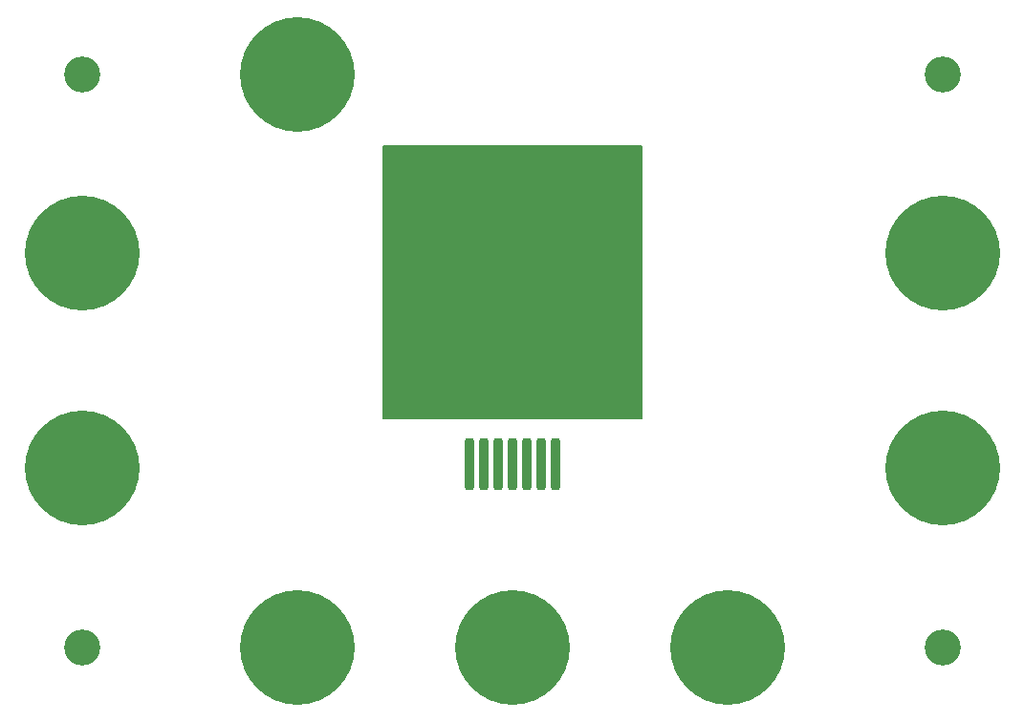
<source format=gbr>
%TF.GenerationSoftware,KiCad,Pcbnew,7.0.9*%
%TF.CreationDate,2023-11-14T16:15:09-06:00*%
%TF.ProjectId,to263-prototype,746f3236-332d-4707-926f-746f74797065,rev?*%
%TF.SameCoordinates,Original*%
%TF.FileFunction,Soldermask,Top*%
%TF.FilePolarity,Negative*%
%FSLAX46Y46*%
G04 Gerber Fmt 4.6, Leading zero omitted, Abs format (unit mm)*
G04 Created by KiCad (PCBNEW 7.0.9) date 2023-11-14 16:15:09*
%MOMM*%
%LPD*%
G01*
G04 APERTURE LIST*
G04 Aperture macros list*
%AMRoundRect*
0 Rectangle with rounded corners*
0 $1 Rounding radius*
0 $2 $3 $4 $5 $6 $7 $8 $9 X,Y pos of 4 corners*
0 Add a 4 corners polygon primitive as box body*
4,1,4,$2,$3,$4,$5,$6,$7,$8,$9,$2,$3,0*
0 Add four circle primitives for the rounded corners*
1,1,$1+$1,$2,$3*
1,1,$1+$1,$4,$5*
1,1,$1+$1,$6,$7*
1,1,$1+$1,$8,$9*
0 Add four rect primitives between the rounded corners*
20,1,$1+$1,$2,$3,$4,$5,0*
20,1,$1+$1,$4,$5,$6,$7,0*
20,1,$1+$1,$6,$7,$8,$9,0*
20,1,$1+$1,$8,$9,$2,$3,0*%
G04 Aperture macros list end*
%ADD10C,0.150000*%
%ADD11C,3.200000*%
%ADD12C,10.160000*%
%ADD13RoundRect,0.200000X0.200000X-2.100000X0.200000X2.100000X-0.200000X2.100000X-0.200000X-2.100000X0*%
%ADD14RoundRect,0.250002X5.149998X-4.449998X5.149998X4.449998X-5.149998X4.449998X-5.149998X-4.449998X0*%
G04 APERTURE END LIST*
D10*
X77470000Y-57150000D02*
X100330000Y-57150000D01*
X100330000Y-81280000D01*
X77470000Y-81280000D01*
X77470000Y-57150000D01*
D11*
%TO.C,REF\u002A\u002A*%
X127000000Y-101600000D03*
%TD*%
D12*
%TO.C,J8*%
X69850000Y-50800000D03*
%TD*%
D11*
%TO.C,REF\u002A\u002A*%
X50800000Y-101600000D03*
%TD*%
%TO.C,REF\u002A\u002A*%
X50800000Y-50800000D03*
%TD*%
%TO.C,REF\u002A\u002A*%
X88900000Y-63500000D03*
%TD*%
D12*
%TO.C,J4*%
X88900000Y-101600000D03*
%TD*%
%TO.C,J1*%
X50800000Y-66675000D03*
%TD*%
%TO.C,J3*%
X69850000Y-101600000D03*
%TD*%
%TO.C,J6*%
X127000000Y-85725000D03*
%TD*%
%TO.C,J5*%
X107950000Y-101600000D03*
%TD*%
D11*
%TO.C,REF\u002A\u002A*%
X127000000Y-50800000D03*
%TD*%
D12*
%TO.C,J2*%
X50800000Y-85725000D03*
%TD*%
%TO.C,J7*%
X127000000Y-66675000D03*
%TD*%
D13*
%TO.C,U1*%
X85090000Y-85350000D03*
X86360000Y-85350000D03*
X87630000Y-85350000D03*
X88900000Y-85350000D03*
D14*
X88900000Y-76200000D03*
D13*
X90170000Y-85350000D03*
X91440000Y-85350000D03*
X92710000Y-85350000D03*
%TD*%
G36*
X100273039Y-57169685D02*
G01*
X100318794Y-57222489D01*
X100330000Y-57274000D01*
X100330000Y-81156000D01*
X100310315Y-81223039D01*
X100257511Y-81268794D01*
X100206000Y-81280000D01*
X77594000Y-81280000D01*
X77526961Y-81260315D01*
X77481206Y-81207511D01*
X77470000Y-81156000D01*
X77470000Y-57274000D01*
X77489685Y-57206961D01*
X77542489Y-57161206D01*
X77594000Y-57150000D01*
X100206000Y-57150000D01*
X100273039Y-57169685D01*
G37*
M02*

</source>
